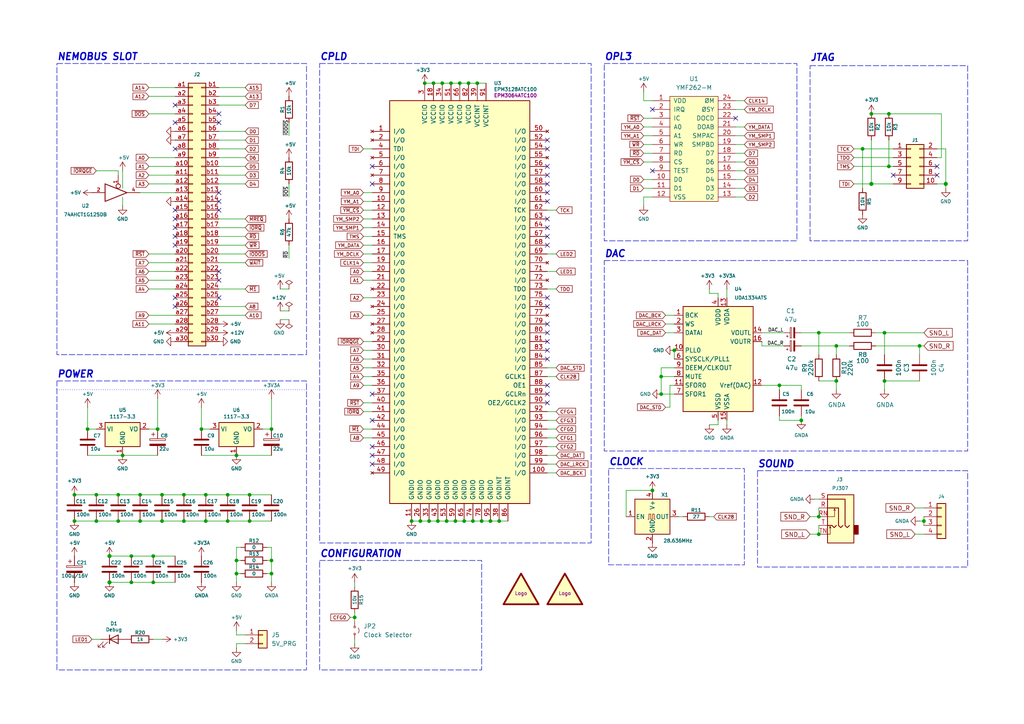
<source format=kicad_sch>
(kicad_sch (version 20250114) (generator "eeschema") (generator_version "9.0")
  (paper "A4")
  (title_block (title "Karabas-OPL3") (date "2025-09-17") (rev "B") (company "Andy Karpov") (comment 1 "Sound card for ZX Spectrum (NemoBus)"))
  (rectangle (start 175.26 75.565) (end 280.67 130.81) (stroke (width 0) (type dash)))
  (rectangle (start 219.71 136.525) (end 280.67 164.465) (stroke (width 0) (type dash)))
  (rectangle (start 176.53 135.89) (end 215.9 163.83) (stroke (width 0) (type dash)))
  (rectangle (start 92.71 162.56) (end 139.7 194.31) (stroke (width 0) (type dash)))
  (rectangle (start 16.51 110.49) (end 88.9 194.31) (stroke (width 0) (type dash)))
  (rectangle (start 234.95 19.05) (end 280.67 69.85) (stroke (width 0) (type dash)))
  (rectangle (start 92.71 18.415) (end 171.45 157.48) (stroke (width 0) (type dash)))
  (rectangle (start 175.26 18.415) (end 231.14 69.85) (stroke (width 0) (type dash)))
  (rectangle (start 16.51 18.415) (end 88.9 102.87) (stroke (width 0) (type dash)))
  (text "SOUND" (at 219.71 135.89 0) (effects (font (size 2 2) (thickness 0.4) (bold yes) (italic yes)) (justify left bottom)))
  (text "CPLD" (at 92.71 17.78 0) (effects (font (size 2 2) (thickness 0.4) (bold yes) (italic yes)) (justify left bottom)))
  (text "DAC" (at 175.26 74.93 0) (effects (font (size 2 2) (thickness 0.4) (bold yes) (italic yes)) (justify left bottom)))
  (text "CONFIGURATION" (at 92.71 161.925 0) (effects (font (size 2 2) (thickness 0.4) (bold yes) (italic yes)) (justify left bottom)))
  (text "OPL3" (at 175.26 17.78 0) (effects (font (size 2 2) (thickness 0.4) (bold yes) (italic yes)) (justify left bottom)))
  (text "JTAG" (at 234.95 18.034 0) (effects (font (size 2 2) (thickness 0.4) (bold yes) (italic yes)) (justify left bottom)))
  (text "POWER" (at 16.51 109.855 0) (effects (font (size 2 2) (thickness 0.4) (bold yes) (italic yes)) (justify left bottom)))
  (text "CLOCK" (at 176.53 135.255 0) (effects (font (size 2 2) (thickness 0.4) (bold yes) (italic yes)) (justify left bottom)))
  (text "NEMOBUS SLOT" (at 16.51 17.78 0) (effects (font (size 2 2) (thickness 0.4) (bold yes) (italic yes)) (justify left bottom)))
  (junction (at 72.39 151.13))
  (junction (at 31.75 168.91) (diameter 1.016))
  (junction (at 127 151.13))
  (junction (at 45.72 124.46))
  (junction (at 78.74 162.56))
  (junction (at 25.4 124.46))
  (junction (at 191.77 109.22))
  (junction (at 242.57 110.49))
  (junction (at 46.99 143.51))
  (junction (at 242.57 100.33))
  (junction (at 35.56 132.08))
  (junction (at 144.78 151.13))
  (junction (at 78.74 124.46))
  (junction (at 27.94 143.51))
  (junction (at 123.19 24.13))
  (junction (at 189.23 142.24))
  (junction (at 232.41 121.92))
  (junction (at 250.19 43.18))
  (junction (at 31.75 161.29) (diameter 1.016))
  (junction (at 274.32 53.34) (diameter 1.016))
  (junction (at 53.34 151.13))
  (junction (at 59.69 143.51))
  (junction (at 44.45 168.91))
  (junction (at 138.43 24.13))
  (junction (at 237.49 149.86))
  (junction (at 46.99 151.13))
  (junction (at 119.38 151.13))
  (junction (at 78.74 166.37))
  (junction (at 38.1 161.29))
  (junction (at 134.62 151.13))
  (junction (at 133.35 24.13))
  (junction (at 34.29 143.51))
  (junction (at 27.94 151.13))
  (junction (at 256.54 96.52))
  (junction (at 21.59 143.51))
  (junction (at 132.08 151.13))
  (junction (at 191.77 114.3))
  (junction (at 195.58 101.6))
  (junction (at 59.69 151.13))
  (junction (at 142.24 151.13))
  (junction (at 226.06 111.76))
  (junction (at 68.58 132.08))
  (junction (at 38.1 168.91))
  (junction (at 137.16 151.13))
  (junction (at 139.7 151.13))
  (junction (at 58.42 124.46))
  (junction (at 125.73 24.13))
  (junction (at 267.97 151.13))
  (junction (at 72.39 143.51))
  (junction (at 135.89 24.13))
  (junction (at 68.58 166.37))
  (junction (at 124.46 151.13))
  (junction (at 121.92 151.13))
  (junction (at 66.04 151.13))
  (junction (at 252.73 33.02))
  (junction (at 68.58 162.56))
  (junction (at 21.59 151.13))
  (junction (at 237.49 96.52))
  (junction (at 266.7 100.33))
  (junction (at 66.04 143.51))
  (junction (at 53.34 143.51))
  (junction (at 40.64 151.13))
  (junction (at 34.29 151.13))
  (junction (at 257.81 33.02))
  (junction (at 256.54 110.49))
  (junction (at 252.73 53.34) (diameter 1.016))
  (junction (at 40.64 143.51))
  (junction (at 128.27 24.13))
  (junction (at 237.49 154.94))
  (junction (at 44.45 161.29))
  (junction (at 102.87 179.07))
  (junction (at 130.81 24.13))
  (junction (at 257.81 48.26))
  (junction (at 129.54 151.13))
  (no_connect (at 63.5 60.96))
  (no_connect (at 158.75 96.52))
  (no_connect (at 259.08 50.8))
  (no_connect (at 50.8 30.48))
  (no_connect (at 158.75 53.34))
  (no_connect (at 63.5 55.88))
  (no_connect (at 63.5 58.42))
  (no_connect (at 158.75 101.6))
  (no_connect (at 158.75 40.64))
  (no_connect (at 50.8 71.12))
  (no_connect (at 158.75 55.88))
  (no_connect (at 158.75 63.5))
  (no_connect (at 63.5 86.36))
  (no_connect (at 107.95 134.62))
  (no_connect (at 213.36 34.29))
  (no_connect (at 63.5 35.56))
  (no_connect (at 63.5 33.02))
  (no_connect (at 50.8 60.96))
  (no_connect (at 107.95 129.54))
  (no_connect (at 158.75 86.36))
  (no_connect (at 158.75 43.18))
  (no_connect (at 271.78 50.8))
  (no_connect (at 158.75 116.84))
  (no_connect (at 189.23 49.53))
  (no_connect (at 63.5 81.28))
  (no_connect (at 158.75 99.06))
  (no_connect (at 158.75 58.42))
  (no_connect (at 50.8 63.5))
  (no_connect (at 50.8 68.58))
  (no_connect (at 158.75 71.12))
  (no_connect (at 158.75 50.8))
  (no_connect (at 158.75 66.04))
  (no_connect (at 50.8 35.56))
  (no_connect (at 158.75 114.3))
  (no_connect (at 107.95 132.08))
  (no_connect (at 158.75 111.76))
  (no_connect (at 107.95 48.26))
  (no_connect (at 63.5 78.74))
  (no_connect (at 158.75 68.58))
  (no_connect (at 50.8 66.04))
  (no_connect (at 50.8 86.36))
  (no_connect (at 271.78 48.26))
  (no_connect (at 158.75 88.9))
  (no_connect (at 107.95 121.92))
  (no_connect (at 107.95 114.3))
  (no_connect (at 158.75 104.14))
  (no_connect (at 107.95 53.34))
  (no_connect (at 158.75 93.98))
  (no_connect (at 158.75 48.26))
  (no_connect (at 50.8 88.9))
  (no_connect (at 189.23 31.75))
  (no_connect (at 50.8 43.18))
  (wire (pts (xy 53.34 143.51) (xy 59.69 143.51)))
  (wire (pts (xy 271.78 45.72) (xy 273.05 45.72)))
  (wire (pts (xy 46.99 143.51) (xy 53.34 143.51)))
  (wire (pts (xy 205.74 123.19) (xy 208.28 123.19)))
  (wire (pts (xy 34.29 151.13) (xy 40.64 151.13)))
  (wire (pts (xy 38.1 168.91) (xy 44.45 168.91)))
  (wire (pts (xy 105.41 86.36) (xy 107.95 86.36)))
  (wire (pts (xy 105.41 71.12) (xy 107.95 71.12)))
  (wire (pts (xy 271.78 53.34) (xy 274.32 53.34)))
  (wire (pts (xy 256.54 110.49) (xy 256.54 113.03)))
  (wire (pts (xy 105.41 109.22) (xy 107.95 109.22)))
  (wire (pts (xy 63.5 73.66) (xy 71.12 73.66)))
  (wire (pts (xy 63.5 71.12) (xy 71.12 71.12)))
  (wire (pts (xy 35.56 57.15) (xy 35.56 59.69)))
  (wire (pts (xy 213.36 31.75) (xy 215.9 31.75)))
  (wire (pts (xy 21.59 143.51) (xy 27.94 143.51)))
  (wire (pts (xy 63.5 30.48) (xy 71.12 30.48)))
  (wire (pts (xy 274.32 53.34) (xy 274.32 54.61)))
  (wire (pts (xy 102.87 179.07) (xy 101.6 179.07)))
  (wire (pts (xy 195.58 106.68) (xy 191.77 106.68)))
  (wire (pts (xy 105.41 78.74) (xy 107.95 78.74)))
  (wire (pts (xy 105.41 73.66) (xy 107.95 73.66)))
  (wire (pts (xy 195.58 101.6) (xy 195.58 104.14)))
  (wire (pts (xy 147.32 151.13) (xy 144.78 151.13)))
  (wire (pts (xy 83.82 35.56) (xy 83.82 39.37)))
  (wire (pts (xy 76.2 124.46) (xy 78.74 124.46)))
  (wire (pts (xy 220.98 96.52) (xy 227.33 96.52)))
  (wire (pts (xy 213.36 44.45) (xy 215.9 44.45)))
  (wire (pts (xy 256.54 96.52) (xy 256.54 102.87)))
  (wire (pts (xy 213.36 46.99) (xy 215.9 46.99)))
  (wire (pts (xy 27.94 143.51) (xy 34.29 143.51)))
  (wire (pts (xy 213.36 57.15) (xy 215.9 57.15)))
  (wire (pts (xy 205.74 85.09) (xy 208.28 85.09)))
  (wire (pts (xy 43.18 93.98) (xy 50.8 93.98)))
  (wire (pts (xy 63.5 48.26) (xy 71.12 48.26)))
  (wire (pts (xy 63.5 76.2) (xy 71.12 76.2)))
  (wire (pts (xy 102.87 179.07) (xy 102.87 180.34)))
  (wire (pts (xy 220.98 111.76) (xy 226.06 111.76)))
  (wire (pts (xy 256.54 96.52) (xy 267.97 96.52)))
  (wire (pts (xy 242.57 110.49) (xy 242.57 113.03)))
  (wire (pts (xy 105.41 127) (xy 107.95 127)))
  (wire (pts (xy 158.75 132.08) (xy 161.29 132.08)))
  (wire (pts (xy 40.64 143.51) (xy 46.99 143.51)))
  (wire (pts (xy 68.58 166.37) (xy 68.58 168.91)))
  (wire (pts (xy 105.41 119.38) (xy 107.95 119.38)))
  (wire (pts (xy 208.28 123.19) (xy 208.28 121.92)))
  (wire (pts (xy 125.73 24.13) (xy 128.27 24.13)))
  (wire (pts (xy 232.41 96.52) (xy 237.49 96.52)))
  (wire (pts (xy 195.58 96.52) (xy 193.04 96.52)))
  (wire (pts (xy 66.04 143.51) (xy 72.39 143.51)))
  (wire (pts (xy 208.28 85.09) (xy 208.28 86.36)))
  (wire (pts (xy 34.29 49.53) (xy 34.29 50.8)))
  (wire (pts (xy 27.94 151.13) (xy 34.29 151.13)))
  (wire (pts (xy 247.65 53.34) (xy 252.73 53.34)))
  (wire (pts (xy 77.47 162.56) (xy 78.74 162.56)))
  (wire (pts (xy 105.41 101.6) (xy 107.95 101.6)))
  (wire (pts (xy 247.65 43.18) (xy 250.19 43.18)))
  (wire (pts (xy 158.75 73.66) (xy 161.29 73.66)))
  (wire (pts (xy 43.18 33.02) (xy 50.8 33.02)))
  (wire (pts (xy 105.41 58.42) (xy 107.95 58.42)))
  (wire (pts (xy 132.08 151.13) (xy 129.54 151.13)))
  (wire (pts (xy 66.04 151.13) (xy 72.39 151.13)))
  (wire (pts (xy 63.5 68.58) (xy 71.12 68.58)))
  (wire (pts (xy 45.72 115.57) (xy 45.72 124.46)))
  (wire (pts (xy 158.75 129.54) (xy 161.29 129.54)))
  (wire (pts (xy 234.95 149.86) (xy 237.49 149.86)))
  (wire (pts (xy 213.36 29.21) (xy 215.9 29.21)))
  (wire (pts (xy 186.69 29.21) (xy 189.23 29.21)))
  (wire (pts (xy 71.12 186.69) (xy 68.58 186.69)))
  (wire (pts (xy 266.7 151.13) (xy 267.97 151.13)))
  (wire (pts (xy 105.41 106.68) (xy 107.95 106.68)))
  (wire (pts (xy 130.81 24.13) (xy 133.35 24.13)))
  (wire (pts (xy 72.39 151.13) (xy 78.74 151.13)))
  (wire (pts (xy 43.18 53.34) (xy 50.8 53.34)))
  (wire (pts (xy 186.69 36.83) (xy 189.23 36.83)))
  (wire (pts (xy 78.74 162.56) (xy 78.74 166.37)))
  (wire (pts (xy 237.49 96.52) (xy 237.49 102.87)))
  (wire (pts (xy 266.7 100.33) (xy 267.97 100.33)))
  (wire (pts (xy 237.49 96.52) (xy 246.38 96.52)))
  (wire (pts (xy 226.06 120.65) (xy 226.06 121.92)))
  (wire (pts (xy 44.45 185.42) (xy 46.99 185.42)))
  (wire (pts (xy 226.06 111.76) (xy 232.41 111.76)))
  (wire (pts (xy 236.22 144.78) (xy 237.49 144.78)))
  (wire (pts (xy 26.67 185.42) (xy 29.21 185.42)))
  (wire (pts (xy 43.18 76.2) (xy 50.8 76.2)))
  (wire (pts (xy 137.16 151.13) (xy 134.62 151.13)))
  (wire (pts (xy 158.75 78.74) (xy 161.29 78.74)))
  (wire (pts (xy 213.36 39.37) (xy 215.9 39.37)))
  (wire (pts (xy 121.92 151.13) (xy 119.38 151.13)))
  (wire (pts (xy 186.69 34.29) (xy 189.23 34.29)))
  (wire (pts (xy 266.7 100.33) (xy 266.7 102.87)))
  (wire (pts (xy 105.41 104.14) (xy 107.95 104.14)))
  (wire (pts (xy 105.41 99.06) (xy 107.95 99.06)))
  (wire (pts (xy 265.43 147.32) (xy 267.97 147.32)))
  (wire (pts (xy 63.5 25.4) (xy 71.12 25.4)))
  (wire (pts (xy 252.73 40.64) (xy 252.73 53.34)))
  (wire (pts (xy 81.28 92.71) (xy 83.82 92.71)))
  (wire (pts (xy 186.69 54.61) (xy 189.23 54.61)))
  (wire (pts (xy 69.85 158.75) (xy 68.58 158.75)))
  (wire (pts (xy 181.61 142.24) (xy 181.61 149.86)))
  (wire (pts (xy 63.5 66.04) (xy 71.12 66.04)))
  (wire (pts (xy 31.75 161.29) (xy 38.1 161.29)))
  (wire (pts (xy 27.94 49.53) (xy 34.29 49.53)))
  (wire (pts (xy 78.74 115.57) (xy 78.74 124.46)))
  (wire (pts (xy 158.75 137.16) (xy 161.29 137.16)))
  (wire (pts (xy 127 151.13) (xy 124.46 151.13)))
  (wire (pts (xy 186.69 46.99) (xy 189.23 46.99)))
  (wire (pts (xy 43.18 81.28) (xy 50.8 81.28)))
  (wire (pts (xy 81.28 90.17) (xy 83.82 90.17)))
  (wire (pts (xy 267.97 149.86) (xy 267.97 151.13)))
  (wire (pts (xy 38.1 161.29) (xy 44.45 161.29)))
  (wire (pts (xy 250.19 43.18) (xy 259.08 43.18)))
  (wire (pts (xy 158.75 121.92) (xy 161.29 121.92)))
  (wire (pts (xy 142.24 151.13) (xy 139.7 151.13)))
  (polyline (pts (xy 16.51 113.03) (xy 88.9 113.03)) (stroke (width 0) (type dot)))
  (wire (pts (xy 128.27 24.13) (xy 130.81 24.13)))
  (wire (pts (xy 43.18 27.94) (xy 50.8 27.94)))
  (wire (pts (xy 40.64 151.13) (xy 46.99 151.13)))
  (wire (pts (xy 274.32 43.18) (xy 274.32 53.34)))
  (wire (pts (xy 25.4 132.08) (xy 35.56 132.08)))
  (wire (pts (xy 265.43 154.94) (xy 267.97 154.94)))
  (wire (pts (xy 68.58 158.75) (xy 68.58 162.56)))
  (wire (pts (xy 63.5 45.72) (xy 71.12 45.72)))
  (wire (pts (xy 194.31 111.76) (xy 194.31 118.11)))
  (wire (pts (xy 102.87 168.91) (xy 102.87 170.18)))
  (wire (pts (xy 105.41 66.04) (xy 107.95 66.04)))
  (wire (pts (xy 105.41 68.58) (xy 107.95 68.58)))
  (wire (pts (xy 210.82 123.19) (xy 210.82 121.92)))
  (wire (pts (xy 186.69 39.37) (xy 189.23 39.37)))
  (wire (pts (xy 237.49 147.32) (xy 237.49 149.86)))
  (wire (pts (xy 220.98 100.33) (xy 227.33 100.33)))
  (wire (pts (xy 226.06 121.92) (xy 232.41 121.92)))
  (wire (pts (xy 232.41 100.33) (xy 242.57 100.33)))
  (wire (pts (xy 72.39 143.51) (xy 78.74 143.51)))
  (wire (pts (xy 158.75 134.62) (xy 161.29 134.62)))
  (wire (pts (xy 213.36 41.91) (xy 215.9 41.91)))
  (wire (pts (xy 198.12 149.86) (xy 196.85 149.86)))
  (wire (pts (xy 43.18 91.44) (xy 50.8 91.44)))
  (wire (pts (xy 43.18 78.74) (xy 50.8 78.74)))
  (wire (pts (xy 83.82 71.12) (xy 83.82 74.93)))
  (wire (pts (xy 68.58 162.56) (xy 68.58 166.37)))
  (wire (pts (xy 158.75 109.22) (xy 161.29 109.22)))
  (wire (pts (xy 135.89 24.13) (xy 138.43 24.13)))
  (wire (pts (xy 226.06 111.76) (xy 226.06 113.03)))
  (wire (pts (xy 213.36 54.61) (xy 215.9 54.61)))
  (wire (pts (xy 63.5 27.94) (xy 71.12 27.94)))
  (wire (pts (xy 59.69 151.13) (xy 66.04 151.13)))
  (wire (pts (xy 186.69 44.45) (xy 189.23 44.45)))
  (wire (pts (xy 195.58 91.44) (xy 193.04 91.44)))
  (wire (pts (xy 43.18 45.72) (xy 50.8 45.72)))
  (wire (pts (xy 63.5 63.5) (xy 71.12 63.5)))
  (wire (pts (xy 129.54 151.13) (xy 127 151.13)))
  (wire (pts (xy 210.82 83.82) (xy 210.82 86.36)))
  (wire (pts (xy 68.58 132.08) (xy 78.74 132.08)))
  (wire (pts (xy 123.19 24.13) (xy 125.73 24.13)))
  (wire (pts (xy 68.58 186.69) (xy 68.58 187.96)))
  (wire (pts (xy 186.69 26.67) (xy 186.69 29.21)))
  (wire (pts (xy 144.78 151.13) (xy 142.24 151.13)))
  (wire (pts (xy 189.23 57.15) (xy 186.69 57.15)))
  (wire (pts (xy 78.74 166.37) (xy 78.74 168.91)))
  (wire (pts (xy 43.18 83.82) (xy 50.8 83.82)))
  (wire (pts (xy 81.28 83.82) (xy 83.82 83.82)))
  (wire (pts (xy 83.82 53.34) (xy 83.82 57.15)))
  (wire (pts (xy 77.47 166.37) (xy 78.74 166.37)))
  (wire (pts (xy 105.41 43.18) (xy 107.95 43.18)))
  (wire (pts (xy 58.42 118.11) (xy 58.42 124.46)))
  (wire (pts (xy 133.35 24.13) (xy 135.89 24.13)))
  (wire (pts (xy 43.18 50.8) (xy 50.8 50.8)))
  (wire (pts (xy 63.5 38.1) (xy 71.12 38.1)))
  (wire (pts (xy 105.41 116.84) (xy 107.95 116.84)))
  (wire (pts (xy 257.81 40.64) (xy 257.81 48.26)))
  (wire (pts (xy 252.73 53.34) (xy 259.08 53.34)))
  (wire (pts (xy 158.75 119.38) (xy 161.29 119.38)))
  (wire (pts (xy 237.49 152.4) (xy 237.49 154.94)))
  (wire (pts (xy 63.5 83.82) (xy 71.12 83.82)))
  (wire (pts (xy 191.77 106.68) (xy 191.77 109.22)))
  (wire (pts (xy 158.75 60.96) (xy 161.29 60.96)))
  (wire (pts (xy 44.45 161.29) (xy 50.8 161.29)))
  (wire (pts (xy 34.29 143.51) (xy 40.64 143.51)))
  (wire (pts (xy 254 100.33) (xy 266.7 100.33)))
  (wire (pts (xy 124.46 151.13) (xy 121.92 151.13)))
  (wire (pts (xy 69.85 166.37) (xy 68.58 166.37)))
  (wire (pts (xy 271.78 43.18) (xy 274.32 43.18)))
  (wire (pts (xy 186.69 57.15) (xy 186.69 59.69)))
  (wire (pts (xy 63.5 91.44) (xy 71.12 91.44)))
  (wire (pts (xy 189.23 142.24) (xy 181.61 142.24)))
  (wire (pts (xy 31.75 168.91) (xy 38.1 168.91)))
  (wire (pts (xy 213.36 36.83) (xy 215.9 36.83)))
  (wire (pts (xy 134.62 151.13) (xy 132.08 151.13)))
  (wire (pts (xy 102.87 177.8) (xy 102.87 179.07)))
  (wire (pts (xy 242.57 100.33) (xy 242.57 102.87)))
  (wire (pts (xy 25.4 118.11) (xy 25.4 124.46)))
  (wire (pts (xy 102.87 185.42) (xy 102.87 186.69)))
  (wire (pts (xy 232.41 120.65) (xy 232.41 121.92)))
  (wire (pts (xy 78.74 158.75) (xy 78.74 162.56)))
  (wire (pts (xy 77.47 158.75) (xy 78.74 158.75)))
  (wire (pts (xy 46.99 151.13) (xy 53.34 151.13)))
  (wire (pts (xy 105.41 76.2) (xy 107.95 76.2)))
  (wire (pts (xy 205.74 149.86) (xy 207.01 149.86)))
  (wire (pts (xy 105.41 60.96) (xy 107.95 60.96)))
  (wire (pts (xy 252.73 33.02) (xy 257.81 33.02)))
  (wire (pts (xy 105.41 111.76) (xy 107.95 111.76)))
  (wire (pts (xy 63.5 53.34) (xy 71.12 53.34)))
  (wire (pts (xy 234.95 154.94) (xy 237.49 154.94)))
  (wire (pts (xy 71.12 184.15) (xy 68.58 184.15)))
  (wire (pts (xy 44.45 168.91) (xy 50.8 168.91)))
  (wire (pts (xy 35.56 132.08) (xy 45.72 132.08)))
  (wire (pts (xy 138.43 24.13) (xy 140.97 24.13)))
  (wire (pts (xy 139.7 151.13) (xy 137.16 151.13)))
  (wire (pts (xy 21.59 151.13) (xy 27.94 151.13)))
  (wire (pts (xy 195.58 93.98) (xy 193.04 93.98)))
  (wire (pts (xy 254 96.52) (xy 256.54 96.52)))
  (wire (pts (xy 58.42 124.46) (xy 60.96 124.46)))
  (wire (pts (xy 205.74 83.82) (xy 205.74 85.09)))
  (wire (pts (xy 267.97 151.13) (xy 267.97 152.4)))
  (wire (pts (xy 247.65 45.72) (xy 259.08 45.72)))
  (wire (pts (xy 191.77 109.22) (xy 191.77 114.3)))
  (wire (pts (xy 158.75 127) (xy 161.29 127)))
  (wire (pts (xy 242.57 100.33) (xy 246.38 100.33)))
  (wire (pts (xy 43.18 124.46) (xy 45.72 124.46)))
  (wire (pts (xy 105.41 124.46) (xy 107.95 124.46)))
  (wire (pts (xy 105.41 91.44) (xy 107.95 91.44)))
  (wire (pts (xy 35.56 49.53) (xy 35.56 54.61)))
  (wire (pts (xy 191.77 114.3) (xy 195.58 114.3)))
  (wire (pts (xy 40.64 55.88) (xy 50.8 55.88)))
  (wire (pts (xy 257.81 48.26) (xy 259.08 48.26)))
  (wire (pts (xy 105.41 81.28) (xy 107.95 81.28)))
  (wire (pts (xy 43.18 73.66) (xy 50.8 73.66)))
  (wire (pts (xy 220.98 100.33) (xy 220.98 99.06)))
  (wire (pts (xy 63.5 88.9) (xy 71.12 88.9)))
  (wire (pts (xy 186.69 41.91) (xy 189.23 41.91)))
  (wire (pts (xy 232.41 111.76) (xy 232.41 113.03)))
  (wire (pts (xy 186.69 52.07) (xy 189.23 52.07)))
  (wire (pts (xy 247.65 48.26) (xy 257.81 48.26)))
  (wire (pts (xy 158.75 106.68) (xy 161.29 106.68)))
  (wire (pts (xy 158.75 83.82) (xy 161.29 83.82)))
  (wire (pts (xy 250.19 54.61) (xy 250.19 43.18)))
  (wire (pts (xy 257.81 33.02) (xy 273.05 33.02)))
  (wire (pts (xy 63.5 40.64) (xy 71.12 40.64)))
  (wire (pts (xy 43.18 48.26) (xy 50.8 48.26)))
  (wire (pts (xy 256.54 110.49) (xy 266.7 110.49)))
  (wire (pts (xy 58.42 132.08) (xy 68.58 132.08)))
  (wire (pts (xy 63.5 43.18) (xy 71.12 43.18)))
  (wire (pts (xy 213.36 52.07) (xy 215.9 52.07)))
  (wire (pts (xy 105.41 63.5) (xy 107.95 63.5)))
  (wire (pts (xy 237.49 110.49) (xy 242.57 110.49)))
  (wire (pts (xy 53.34 151.13) (xy 59.69 151.13)))
  (wire (pts (xy 105.41 55.88) (xy 107.95 55.88)))
  (wire (pts (xy 69.85 162.56) (xy 68.58 162.56)))
  (wire (pts (xy 158.75 124.46) (xy 161.29 124.46)))
  (wire (pts (xy 68.58 184.15) (xy 68.58 182.88)))
  (wire (pts (xy 43.18 25.4) (xy 50.8 25.4)))
  (wire (pts (xy 213.36 49.53) (xy 215.9 49.53)))
  (wire (pts (xy 191.77 109.22) (xy 195.58 109.22)))
  (wire (pts (xy 273.05 33.02) (xy 273.05 45.72)))
  (wire (pts (xy 63.5 50.8) (xy 71.12 50.8)))
  (wire (pts (xy 59.69 143.51) (xy 66.04 143.51)))
  (wire (pts (xy 25.4 124.46) (xy 27.94 124.46)))
  (wire (pts (xy 195.58 111.76) (xy 194.31 111.76)))
  (wire (pts (xy 193.04 118.11) (xy 194.31 118.11)))
  (label "DAC_L" (at 227.33 96.52 180) (effects (font (size 1 1))))
  (label "~{RD}" (at 83.82 74.93 90) (effects (font (size 0.9906 0.9906))))
  (label "~{DOS}" (at 83.82 57.15 90) (effects (font (size 0.9906 0.9906))))
  (label "DAC_R" (at 227.33 100.33 180) (effects (font (size 1 1))))
  (label "~{IODOS}" (at 83.82 39.37 90) (effects (font (size 0.9906 0.9906))))
  (global_label "A1" (shape input) (at 105.41 81.28 180) (effects (font (size 0.9906 0.9906))) (property "Intersheetrefs" "${INTERSHEET_REFS}" (effects (hide yes))))
  (global_label "D7" (shape input) (at 215.9 44.45 0) (effects (font (size 0.9906 0.9906))) (property "Intersheetrefs" "${INTERSHEET_REFS}" (effects (hide yes))))
  (global_label "TCK" (shape input) (at 247.65 43.18 180) (effects (font (size 0.9906 0.9906))) (property "Intersheetrefs" "${INTERSHEET_REFS}" (effects (hide yes))))
  (global_label "A7" (shape input) (at 105.41 101.6 180) (effects (font (size 0.9906 0.9906))) (property "Intersheetrefs" "${INTERSHEET_REFS}" (effects (hide yes))))
  (global_label "A1" (shape input) (at 43.18 48.26 180) (effects (font (size 0.9906 0.9906))) (property "Intersheetrefs" "${INTERSHEET_REFS}" (effects (hide yes))))
  (global_label "D4" (shape input) (at 71.12 53.34 0) (effects (font (size 0.9906 0.9906))) (property "Intersheetrefs" "${INTERSHEET_REFS}" (effects (hide yes))))
  (global_label "D2" (shape input) (at 71.12 43.18 0) (effects (font (size 0.9906 0.9906))) (property "Intersheetrefs" "${INTERSHEET_REFS}" (effects (hide yes))))
  (global_label "A0" (shape input) (at 43.18 45.72 180) (effects (font (size 0.9906 0.9906))) (property "Intersheetrefs" "${INTERSHEET_REFS}" (effects (hide yes))))
  (global_label "A9" (shape input) (at 43.18 91.44 180) (effects (font (size 0.9906 0.9906))) (property "Intersheetrefs" "${INTERSHEET_REFS}" (effects (hide yes))))
  (global_label "DAC_LRCK" (shape input) (at 193.04 93.98 180) (effects (font (size 0.9906 0.9906))) (property "Intersheetrefs" "${INTERSHEET_REFS}" (effects (hide yes))))
  (global_label "DAC_LRCK" (shape input) (at 161.29 134.62 0) (effects (font (size 0.9906 0.9906))) (property "Intersheetrefs" "${INTERSHEET_REFS}" (effects (hide yes))))
  (global_label "D2" (shape input) (at 215.9 57.15 0) (effects (font (size 0.9906 0.9906))) (property "Intersheetrefs" "${INTERSHEET_REFS}" (effects (hide yes))))
  (global_label "~{WR}" (shape input) (at 71.12 71.12 0) (effects (font (size 0.9906 0.9906))) (property "Intersheetrefs" "${INTERSHEET_REFS}" (effects (hide yes))))
  (global_label "~{IORQ}" (shape input) (at 105.41 119.38 180) (effects (font (size 0.9906 0.9906))) (property "Intersheetrefs" "${INTERSHEET_REFS}" (effects (hide yes))))
  (global_label "A8" (shape input) (at 71.12 88.9 0) (effects (font (size 0.9906 0.9906))) (property "Intersheetrefs" "${INTERSHEET_REFS}" (effects (hide yes))))
  (global_label "CFG0" (shape input) (at 161.29 124.46 0) (effects (font (size 0.9906 0.9906))) (property "Intersheetrefs" "${INTERSHEET_REFS}" (effects (hide yes))))
  (global_label "TMS" (shape input) (at 105.41 68.58 180) (effects (font (size 0.9906 0.9906))) (property "Intersheetrefs" "${INTERSHEET_REFS}" (effects (hide yes))))
  (global_label "A11" (shape input) (at 43.18 93.98 180) (effects (font (size 0.9906 0.9906))) (property "Intersheetrefs" "${INTERSHEET_REFS}" (effects (hide yes))))
  (global_label "D6" (shape input) (at 71.12 45.72 0) (effects (font (size 0.9906 0.9906))) (property "Intersheetrefs" "${INTERSHEET_REFS}" (effects (hide yes))))
  (global_label "A10" (shape input) (at 71.12 91.44 0) (effects (font (size 0.9906 0.9906))) (property "Intersheetrefs" "${INTERSHEET_REFS}" (effects (hide yes))))
  (global_label "D3" (shape input) (at 215.9 54.61 0) (effects (font (size 0.9906 0.9906))) (property "Intersheetrefs" "${INTERSHEET_REFS}" (effects (hide yes))))
  (global_label "D6" (shape input) (at 215.9 46.99 0) (effects (font (size 0.9906 0.9906))) (property "Intersheetrefs" "${INTERSHEET_REFS}" (effects (hide yes))))
  (global_label "YM_SMP1" (shape input) (at 215.9 39.37 0) (effects (font (size 0.9906 0.9906))) (property "Intersheetrefs" "${INTERSHEET_REFS}" (effects (hide yes))))
  (global_label "TMS" (shape input) (at 247.65 48.26 180) (effects (font (size 0.9906 0.9906))) (property "Intersheetrefs" "${INTERSHEET_REFS}" (effects (hide yes))))
  (global_label "A15" (shape input) (at 71.12 25.4 0) (effects (font (size 0.9906 0.9906))) (property "Intersheetrefs" "${INTERSHEET_REFS}" (effects (hide yes))))
  (global_label "A2" (shape input) (at 105.41 86.36 180) (effects (font (size 0.9906 0.9906))) (property "Intersheetrefs" "${INTERSHEET_REFS}" (effects (hide yes))))
  (global_label "DAC_STD" (shape input) (at 161.29 106.68 0) (effects (font (size 0.9906 0.9906))) (property "Intersheetrefs" "${INTERSHEET_REFS}" (effects (hide yes))))
  (global_label "A5" (shape input) (at 105.41 106.68 180) (effects (font (size 0.9906 0.9906))) (property "Intersheetrefs" "${INTERSHEET_REFS}" (effects (hide yes))))
  (global_label "A6" (shape input) (at 105.41 104.14 180) (effects (font (size 0.9906 0.9906))) (property "Intersheetrefs" "${INTERSHEET_REFS}" (effects (hide yes))))
  (global_label "YM_SMP2" (shape input) (at 215.9 41.91 0) (effects (font (size 0.9906 0.9906))) (property "Intersheetrefs" "${INTERSHEET_REFS}" (effects (hide yes))))
  (global_label "D1" (shape input) (at 71.12 40.64 0) (effects (font (size 0.9906 0.9906))) (property "Intersheetrefs" "${INTERSHEET_REFS}" (effects (hide yes))))
  (global_label "~{RD}" (shape input) (at 71.12 68.58 0) (effects (font (size 0.9906 0.9906))) (property "Intersheetrefs" "${INTERSHEET_REFS}" (effects (hide yes))))
  (global_label "A3" (shape input) (at 105.41 91.44 180) (effects (font (size 0.9906 0.9906))) (property "Intersheetrefs" "${INTERSHEET_REFS}" (effects (hide yes))))
  (global_label "D4" (shape input) (at 215.9 52.07 0) (effects (font (size 0.9906 0.9906))) (property "Intersheetrefs" "${INTERSHEET_REFS}" (effects (hide yes))))
  (global_label "YM_DATA" (shape input) (at 105.41 71.12 180) (effects (font (size 0.9906 0.9906))) (property "Intersheetrefs" "${INTERSHEET_REFS}" (effects (hide yes))))
  (global_label "DAC_BCK" (shape input) (at 161.29 137.16 0) (effects (font (size 0.9906 0.9906))) (property "Intersheetrefs" "${INTERSHEET_REFS}" (effects (hide yes))))
  (global_label "D5" (shape input) (at 71.12 48.26 0) (effects (font (size 0.9906 0.9906))) (property "Intersheetrefs" "${INTERSHEET_REFS}" (effects (hide yes))))
  (global_label "TDI" (shape input) (at 105.41 43.18 180) (effects (font (size 0.9906 0.9906))) (property "Intersheetrefs" "${INTERSHEET_REFS}" (effects (hide yes))))
  (global_label "TDO" (shape input) (at 247.65 45.72 180) (effects (font (size 0.9906 0.9906))) (property "Intersheetrefs" "${INTERSHEET_REFS}" (effects (hide yes))))
  (global_label "YM_SMP2" (shape input) (at 105.41 63.5 180) (effects (font (size 0.9906 0.9906))) (property "Intersheetrefs" "${INTERSHEET_REFS}" (effects (hide yes))))
  (global_label "~{RST}" (shape input) (at 105.41 116.84 180) (effects (font (size 0.9906 0.9906))) (property "Intersheetrefs" "${INTERSHEET_REFS}" (effects (hide yes))))
  (global_label "~{RD}" (shape input) (at 186.69 44.45 180) (effects (font (size 0.9906 0.9906))) (property "Intersheetrefs" "${INTERSHEET_REFS}" (effects (hide yes))))
  (global_label "LED1" (shape input) (at 161.29 78.74 0) (effects (font (size 0.9906 0.9906))) (property "Intersheetrefs" "${INTERSHEET_REFS}" (effects (hide yes))))
  (global_label "A4" (shape input) (at 43.18 83.82 180) (effects (font (size 0.9906 0.9906))) (property "Intersheetrefs" "${INTERSHEET_REFS}" (effects (hide yes))))
  (global_label "A3" (shape input) (at 43.18 53.34 180) (effects (font (size 0.9906 0.9906))) (property "Intersheetrefs" "${INTERSHEET_REFS}" (effects (hide yes))))
  (global_label "A8" (shape input) (at 105.41 127 180) (effects (font (size 0.9906 0.9906))) (property "Intersheetrefs" "${INTERSHEET_REFS}" (effects (hide yes))))
  (global_label "YM_A1" (shape input) (at 105.41 58.42 180) (effects (font (size 0.9906 0.9906))) (property "Intersheetrefs" "${INTERSHEET_REFS}" (effects (hide yes))))
  (global_label "~{IORQ}" (shape input) (at 71.12 66.04 0) (effects (font (size 0.9906 0.9906))) (property "Intersheetrefs" "${INTERSHEET_REFS}" (effects (hide yes))))
  (global_label "YM_DATA" (shape input) (at 215.9 36.83 0) (effects (font (size 0.9906 0.9906))) (property "Intersheetrefs" "${INTERSHEET_REFS}" (effects (hide yes))))
  (global_label "D0" (shape input) (at 186.69 52.07 180) (effects (font (size 0.9906 0.9906))) (property "Intersheetrefs" "${INTERSHEET_REFS}" (effects (hide yes))))
  (global_label "A0" (shape input) (at 105.41 78.74 180) (effects (font (size 0.9906 0.9906))) (property "Intersheetrefs" "${INTERSHEET_REFS}" (effects (hide yes))))
  (global_label "CFG1" (shape input) (at 161.29 127 0) (effects (font (size 0.9906 0.9906))) (property "Intersheetrefs" "${INTERSHEET_REFS}" (effects (hide yes))))
  (global_label "CLK14" (shape input) (at 215.9 29.21 0) (effects (font (size 0.9906 0.9906))) (property "Intersheetrefs" "${INTERSHEET_REFS}" (effects (hide yes))))
  (global_label "~{IORQGE}" (shape input) (at 27.94 49.53 180) (effects (font (size 0.9906 0.9906))) (property "Intersheetrefs" "${INTERSHEET_REFS}" (effects (hide yes))))
  (global_label "SND_L" (shape input) (at 267.97 96.52 0) (property "Intersheetrefs" "${INTERSHEET_REFS}" (effects (hide yes))))
  (global_label "CFG0" (shape input) (at 101.6 179.07 180) (effects (font (size 0.9906 0.9906))) (property "Intersheetrefs" "${INTERSHEET_REFS}" (effects (hide yes))))
  (global_label "LED1" (shape input) (at 26.67 185.42 180) (effects (font (size 0.9906 0.9906))) (property "Intersheetrefs" "${INTERSHEET_REFS}" (effects (hide yes))))
  (global_label "~{RST}" (shape input) (at 43.18 73.66 180) (effects (font (size 0.9906 0.9906))) (property "Intersheetrefs" "${INTERSHEET_REFS}" (effects (hide yes))))
  (global_label "YM_SMP1" (shape input) (at 105.41 66.04 180) (effects (font (size 0.9906 0.9906))) (property "Intersheetrefs" "${INTERSHEET_REFS}" (effects (hide yes))))
  (global_label "CFG4" (shape input) (at 161.29 119.38 0) (effects (font (size 0.9906 0.9906))) (property "Intersheetrefs" "${INTERSHEET_REFS}" (effects (hide yes))))
  (global_label "CLK28" (shape input) (at 207.01 149.86 0) (effects (font (size 0.9906 0.9906))) (property "Intersheetrefs" "${INTERSHEET_REFS}" (effects (hide yes))))
  (global_label "SND_R" (shape input) (at 234.95 149.86 180) (property "Intersheetrefs" "${INTERSHEET_REFS}" (effects (hide yes))))
  (global_label "~{DOS}" (shape input) (at 43.18 33.02 180) (effects (font (size 0.9906 0.9906))) (property "Intersheetrefs" "${INTERSHEET_REFS}" (effects (hide yes))))
  (global_label "YM_A1" (shape input) (at 186.69 39.37 180) (effects (font (size 0.9906 0.9906))) (property "Intersheetrefs" "${INTERSHEET_REFS}" (effects (hide yes))))
  (global_label "~{M1}" (shape input) (at 71.12 83.82 0) (effects (font (size 0.9906 0.9906))) (property "Intersheetrefs" "${INTERSHEET_REFS}" (effects (hide yes))))
  (global_label "~{WAIT}" (shape input) (at 71.12 76.2 0) (effects (font (size 0.9906 0.9906))) (property "Intersheetrefs" "${INTERSHEET_REFS}" (effects (hide yes))))
  (global_label "SND_R" (shape input) (at 267.97 100.33 0) (property "Intersheetrefs" "${INTERSHEET_REFS}" (effects (hide yes))))
  (global_label "YM_DCLK" (shape input) (at 215.9 31.75 0) (effects (font (size 0.9906 0.9906))) (property "Intersheetrefs" "${INTERSHEET_REFS}" (effects (hide yes))))
  (global_label "A12" (shape input) (at 43.18 27.94 180) (effects (font (size 0.9906 0.9906))) (property "Intersheetrefs" "${INTERSHEET_REFS}" (effects (hide yes))))
  (global_label "~{M1}" (shape input) (at 105.41 124.46 180) (effects (font (size 0.9906 0.9906))) (property "Intersheetrefs" "${INTERSHEET_REFS}" (effects (hide yes))))
  (global_label "YM_A0" (shape input) (at 186.69 36.83 180) (effects (font (size 0.9906 0.9906))) (property "Intersheetrefs" "${INTERSHEET_REFS}" (effects (hide yes))))
  (global_label "D5" (shape input) (at 215.9 49.53 0) (effects (font (size 0.9906 0.9906))) (property "Intersheetrefs" "${INTERSHEET_REFS}" (effects (hide yes))))
  (global_label "A7" (shape input) (at 43.18 76.2 180) (effects (font (size 0.9906 0.9906))) (property "Intersheetrefs" "${INTERSHEET_REFS}" (effects (hide yes))))
  (global_label "CFG2" (shape input) (at 161.29 129.54 0) (effects (font (size 0.9906 0.9906))) (property "Intersheetrefs" "${INTERSHEET_REFS}" (effects (hide yes))))
  (global_label "~{YM_CS}" (shape input) (at 186.69 46.99 180) (effects (font (size 0.9906 0.9906))) (property "Intersheetrefs" "${INTERSHEET_REFS}" (effects (hide yes))))
  (global_label "~{MREQ}" (shape input) (at 71.12 63.5 0) (effects (font (size 0.9906 0.9906))) (property "Intersheetrefs" "${INTERSHEET_REFS}" (effects (hide yes))))
  (global_label "CFG3" (shape input) (at 161.29 121.92 0) (effects (font (size 0.9906 0.9906))) (property "Intersheetrefs" "${INTERSHEET_REFS}" (effects (hide yes))))
  (global_label "~{RST}" (shape input) (at 186.69 34.29 180) (effects (font (size 0.9906 0.9906))) (property "Intersheetrefs" "${INTERSHEET_REFS}" (effects (hide yes))))
  (global_label "D7" (shape input) (at 71.12 30.48 0) (effects (font (size 0.9906 0.9906))) (property "Intersheetrefs" "${INTERSHEET_REFS}" (effects (hide yes))))
  (global_label "SND_L" (shape input) (at 234.95 154.94 180) (property "Intersheetrefs" "${INTERSHEET_REFS}" (effects (hide yes))))
  (global_label "D0" (shape input) (at 71.12 38.1 0) (effects (font (size 0.9906 0.9906))) (property "Intersheetrefs" "${INTERSHEET_REFS}" (effects (hide yes))))
  (global_label "CLK14" (shape input) (at 105.41 76.2 180) (effects (font (size 0.9906 0.9906))) (property "Intersheetrefs" "${INTERSHEET_REFS}" (effects (hide yes))))
  (global_label "LED2" (shape input) (at 161.29 73.66 0) (effects (font (size 0.9906 0.9906))) (property "Intersheetrefs" "${INTERSHEET_REFS}" (effects (hide yes))))
  (global_label "A2" (shape input) (at 43.18 50.8 180) (effects (font (size 0.9906 0.9906))) (property "Intersheetrefs" "${INTERSHEET_REFS}" (effects (hide yes))))
  (global_label "TDO" (shape input) (at 161.29 83.82 0) (effects (font (size 0.9906 0.9906))) (property "Intersheetrefs" "${INTERSHEET_REFS}" (effects (hide yes))))
  (global_label "DAC_BCK" (shape input) (at 193.04 91.44 180) (effects (font (size 0.9906 0.9906))) (property "Intersheetrefs" "${INTERSHEET_REFS}" (effects (hide yes))))
  (global_label "DAC_DAT" (shape input) (at 193.04 96.52 180) (effects (font (size 0.9906 0.9906))) (property "Intersheetrefs" "${INTERSHEET_REFS}" (effects (hide yes))))
  (global_label "DAC_STD" (shape input) (at 193.04 118.11 180) (effects (font (size 0.9906 0.9906))) (property "Intersheetrefs" "${INTERSHEET_REFS}" (effects (hide yes))))
  (global_label "SND_L" (shape input) (at 265.43 154.94 180) (property "Intersheetrefs" "${INTERSHEET_REFS}" (effects (hide yes))))
  (global_label "~{WR}" (shape input) (at 186.69 41.91 180) (effects (font (size 0.9906 0.9906))) (property "Intersheetrefs" "${INTERSHEET_REFS}" (effects (hide yes))))
  (global_label "A4" (shape input) (at 105.41 109.22 180) (effects (font (size 0.9906 0.9906))) (property "Intersheetrefs" "${INTERSHEET_REFS}" (effects (hide yes))))
  (global_label "~{IORQGE}" (shape input) (at 105.41 99.06 180) (effects (font (size 0.9906 0.9906))) (property "Intersheetrefs" "${INTERSHEET_REFS}" (effects (hide yes))))
  (global_label "SND_R" (shape input) (at 265.43 147.32 180) (property "Intersheetrefs" "${INTERSHEET_REFS}" (effects (hide yes))))
  (global_label "A6" (shape input) (at 43.18 78.74 180) (effects (font (size 0.9906 0.9906))) (property "Intersheetrefs" "${INTERSHEET_REFS}" (effects (hide yes))))
  (global_label "DAC_DAT" (shape input) (at 161.29 132.08 0) (effects (font (size 0.9906 0.9906))) (property "Intersheetrefs" "${INTERSHEET_REFS}" (effects (hide yes))))
  (global_label "A13" (shape input) (at 71.12 27.94 0) (effects (font (size 0.9906 0.9906))) (property "Intersheetrefs" "${INTERSHEET_REFS}" (effects (hide yes))))
  (global_label "YM_DCLK" (shape input) (at 105.41 73.66 180) (effects (font (size 0.9906 0.9906))) (property "Intersheetrefs" "${INTERSHEET_REFS}" (effects (hide yes))))
  (global_label "TDI" (shape input) (at 247.65 53.34 180) (effects (font (size 0.9906 0.9906))) (property "Intersheetrefs" "${INTERSHEET_REFS}" (effects (hide yes))))
  (global_label "CLK28" (shape input) (at 161.29 109.22 0) (effects (font (size 0.9906 0.9906))) (property "Intersheetrefs" "${INTERSHEET_REFS}" (effects (hide yes))))
  (global_label "A14" (shape input) (at 43.18 25.4 180) (effects (font (size 0.9906 0.9906))) (property "Intersheetrefs" "${INTERSHEET_REFS}" (effects (hide yes))))
  (global_label "~{IODOS}" (shape input) (at 71.12 73.66 0) (effects (font (size 0.9906 0.9906))) (property "Intersheetrefs" "${INTERSHEET_REFS}" (effects (hide yes))))
  (global_label "TCK" (shape input) (at 161.29 60.96 0) (effects (font (size 0.9906 0.9906))) (property "Intersheetrefs" "${INTERSHEET_REFS}" (effects (hide yes))))
  (global_label "D3" (shape input) (at 71.12 50.8 0) (effects (font (size 0.9906 0.9906))) (property "Intersheetrefs" "${INTERSHEET_REFS}" (effects (hide yes))))
  (global_label "A5" (shape input) (at 43.18 81.28 180) (effects (font (size 0.9906 0.9906))) (property "Intersheetrefs" "${INTERSHEET_REFS}" (effects (hide yes))))
  (global_label "D1" (shape input) (at 186.69 54.61 180) (effects (font (size 0.9906 0.9906))) (property "Intersheetrefs" "${INTERSHEET_REFS}" (effects (hide yes))))
  (global_label "~{YM_CS}" (shape input) (at 105.41 60.96 180) (effects (font (size 0.9906 0.9906))) (property "Intersheetrefs" "${INTERSHEET_REFS}" (effects (hide yes))))
  (global_label "YM_A0" (shape input) (at 105.41 55.88 180) (effects (font (size 0.9906 0.9906))) (property "Intersheetrefs" "${INTERSHEET_REFS}" (effects (hide yes))))
  (global_label "A9" (shape input) (at 105.41 111.76 180) (effects (font (size 0.9906 0.9906))) (property "Intersheetrefs" "${INTERSHEET_REFS}" (effects (hide yes))))
  (symbol (lib_id "power:+5V") (at 25.4 118.11 0) (unit 1)
    (property "Reference" "#PWR035" (effects (hide yes)))
    (property "Value" "+5V" (at 25.4 114.3 0) (effects (font (size 1 1))))
    (property "Description" "Power symbol creates a global label with name \"+5V\"" (effects (hide yes)))
  )
  (symbol (lib_id "Connector_Generic:Conn_02x05_Odd_Even") (at 264.16 48.26 0) (unit 1)
    (property "Reference" "J1" (at 265.43 40.64 0) (effects (font (size 1 1))))
    (property "Value" "Conn_02x05_Odd_Even" (effects (hide yes)))
    (property "Footprint" "Connector_PinHeader_2.54mm:PinHeader_2x05_P2.54mm_Vertical" (effects (hide yes)))
    (property "Desc" "JTAG" (effects (hide yes)))
  )
  (symbol (lib_id "power:+5V") (at 31.75 161.29 0) (unit 1)
    (property "Reference" "#PWR050" (effects (hide yes)))
    (property "Value" "+5V" (at 31.75 157.48 0) (effects (font (size 1 1))))
    (property "Description" "Power symbol creates a global label with name \"+5V\"" (effects (hide yes)))
  )
  (symbol (lib_id "Device:C") (at 38.1 165.1 180) (unit 1)
    (property "Reference" "C23" (at 40.005 163.195 0) (effects (font (size 1 1))))
    (property "Value" "100n" (at 40.64 167.005 0) (effects (font (size 1 1))))
    (property "Footprint" "Capacitor_SMD:C_0805_2012Metric_Pad1.18x1.45mm_HandSolder" (effects (hide yes)))
  )
  (symbol (lib_id "my:logo") (at 163.83 170.18 0) (unit 1) (in_bom no)
    (property "Reference" "LOGO2" (effects (hide yes)))
    (property "Value" "graphic" (effects (hide yes)))
    (property "Footprint" "footprints:andy_karpov_logo4_silk" (effects (hide yes)))
    (property "Desc" "Logo" (at 163.83 172.085 0) (effects (font (size 0.9906 0.9906))))
  )
  (symbol (lib_id "Device:C") (at 34.29 147.32 0) (mirror y) (unit 1)
    (property "Reference" "C13" (at 36.195 145.415 0) (effects (font (size 1 1))))
    (property "Value" "100n" (at 36.83 149.225 0) (effects (font (size 1 1))))
    (property "Footprint" "Capacitor_SMD:C_0805_2012Metric_Pad1.18x1.45mm_HandSolder" (effects (hide yes)))
  )
  (symbol (lib_id "Device:C") (at 40.64 147.32 0) (mirror y) (unit 1)
    (property "Reference" "C14" (at 42.545 145.415 0) (effects (font (size 1 1))))
    (property "Value" "100n" (at 43.18 149.225 0) (effects (font (size 1 1))))
    (property "Footprint" "Capacitor_SMD:C_0805_2012Metric_Pad1.18x1.45mm_HandSolder" (effects (hide yes)))
  )
  (symbol (lib_id "Device:C") (at 46.99 147.32 0) (mirror y) (unit 1)
    (property "Reference" "C15" (at 48.895 145.415 0) (effects (font (size 1 1))))
    (property "Value" "100n" (at 49.53 149.225 0) (effects (font (size 1 1))))
    (property "Footprint" "Capacitor_SMD:C_0805_2012Metric_Pad1.18x1.45mm_HandSolder" (effects (hide yes)))
  )
  (symbol (lib_id "Device:R") (at 252.73 36.83 0) (mirror x) (unit 1)
    (property "Reference" "R2" (at 254.635 36.83 90) (effects (font (size 1 1))))
    (property "Value" "10k" (at 252.73 36.83 90) (effects (font (size 1 1))))
    (property "Footprint" "Resistor_SMD:R_0805_2012Metric_Pad1.20x1.40mm_HandSolder" (effects (hide yes)))
  )
  (symbol (lib_id "Device:R") (at 257.81 36.83 0) (mirror x) (unit 1)
    (property "Reference" "R3" (at 259.715 36.83 90) (effects (font (size 1 1))))
    (property "Value" "10k" (at 257.81 36.83 90) (effects (font (size 1 1))))
    (property "Footprint" "Resistor_SMD:R_0805_2012Metric_Pad1.20x1.40mm_HandSolder" (effects (hide yes)))
  )
  (symbol (lib_id "Oscillator:XO91") (at 189.23 149.86 0) (unit 1)
    (property "Reference" "X1" (at 191.77 143.51 0) (effects (font (size 1 1)) (justify left)))
    (property "Value" "28.636MHz" (at 192.405 156.845 0) (effects (font (size 1 1)) (justify left)))
    (property "Footprint" "footprints:Oscillator_SMD_7050_7.0x5.0mm_mixed_3225" (effects (hide yes)))
    (property "Datasheet" "http://cdn-reichelt.de/documents/datenblatt/B400/XO91.pdf" (effects (hide yes)))
  )
  (symbol (lib_id "Device:R") (at 250.19 58.42 0) (unit 1)
    (property "Reference" "R5" (at 252.095 58.42 90) (effects (font (size 1 1))))
    (property "Value" "10k" (at 250.19 58.42 90) (effects (font (size 1 1))))
    (property "Footprint" "Resistor_SMD:R_0805_2012Metric_Pad1.20x1.40mm_HandSolder" (effects (hide yes)))
  )
  (symbol (lib_id "Device:C") (at 66.04 147.32 0) (mirror y) (unit 1)
    (property "Reference" "C18" (at 67.945 145.415 0) (effects (font (size 1 1))))
    (property "Value" "100n" (at 68.58 149.225 0) (effects (font (size 1 1))))
    (property "Footprint" "Capacitor_SMD:C_0805_2012Metric_Pad1.18x1.45mm_HandSolder" (effects (hide yes)))
  )
  (symbol (lib_id "Device:C") (at 59.69 147.32 0) (mirror y) (unit 1)
    (property "Reference" "C17" (at 61.595 145.415 0) (effects (font (size 1 1))))
    (property "Value" "100n" (at 62.23 149.225 0) (effects (font (size 1 1))))
    (property "Footprint" "Capacitor_SMD:C_0805_2012Metric_Pad1.18x1.45mm_HandSolder" (effects (hide yes)))
  )
  (symbol (lib_id "Device:C") (at 21.59 147.32 0) (mirror y) (unit 1)
    (property "Reference" "C11" (at 23.495 145.415 0) (effects (font (size 1 1))))
    (property "Value" "100n" (at 24.13 149.225 0) (effects (font (size 1 1))))
    (property "Footprint" "Capacitor_SMD:C_0805_2012Metric_Pad1.18x1.45mm_HandSolder" (effects (hide yes)))
  )
  (symbol (lib_id "Device:C") (at 27.94 147.32 0) (mirror y) (unit 1)
    (property "Reference" "C12" (at 29.845 145.415 0) (effects (font (size 1 1))))
    (property "Value" "100n" (at 30.48 149.225 0) (effects (font (size 1 1))))
    (property "Footprint" "Capacitor_SMD:C_0805_2012Metric_Pad1.18x1.45mm_HandSolder" (effects (hide yes)))
  )
  (symbol (lib_id "Device:C") (at 53.34 147.32 0) (mirror y) (unit 1)
    (property "Reference" "C16" (at 55.245 145.415 0) (effects (font (size 1 1))))
    (property "Value" "100n" (at 55.88 149.225 0) (effects (font (size 1 1))))
    (property "Footprint" "Capacitor_SMD:C_0805_2012Metric_Pad1.18x1.45mm_HandSolder" (effects (hide yes)))
  )
  (symbol (lib_id "Device:C") (at 31.75 165.1 180) (unit 1)
    (property "Reference" "C22" (at 33.655 163.195 0) (effects (font (size 1 1))))
    (property "Value" "100n" (at 34.29 167.005 0) (effects (font (size 1 1))))
    (property "Footprint" "Capacitor_SMD:C_0805_2012Metric_Pad1.18x1.45mm_HandSolder" (effects (hide yes)))
  )
  (symbol (lib_id "power:GND") (at 35.56 132.08 0) (unit 1)
    (property "Reference" "#PWR040" (effects (hide yes)))
    (property "Value" "GND" (at 35.56 135.89 0) (effects (font (size 1 1))))
    (property "Description" "Power symbol creates a global label with name \"GND\" , ground" (effects (hide yes)))
  )
  (symbol (lib_id "power:GND") (at 31.75 168.91 0) (unit 1)
    (property "Reference" "#PWR054" (effects (hide yes)))
    (property "Value" "GND" (at 31.75 172.72 0) (effects (font (size 1 1))))
    (property "Description" "Power symbol creates a global label with name \"GND\" , ground" (effects (hide yes)))
  )
  (symbol (lib_id "power:GND") (at 21.59 151.13 0) (unit 1)
    (property "Reference" "#PWR045" (effects (hide yes)))
    (property "Value" "GND" (at 21.59 154.94 0) (effects (font (size 1 1))))
    (property "Description" "Power symbol creates a global label with name \"GND\" , ground" (effects (hide yes)))
  )
  (symbol (lib_id "power:GND") (at 274.32 54.61 0) (unit 1)
    (property "Reference" "#PWR010" (effects (hide yes)))
    (property "Value" "GND" (at 274.32 58.42 0) (effects (font (size 1 1))))
    (property "Description" "Power symbol creates a global label with name \"GND\" , ground" (effects (hide yes)))
  )
  (symbol (lib_id "power:GND") (at 250.19 62.23 0) (unit 1)
    (property "Reference" "#PWR015" (effects (hide yes)))
    (property "Value" "GND" (at 250.19 66.04 0) (effects (font (size 1 1))))
    (property "Description" "Power symbol creates a global label with name \"GND\" , ground" (effects (hide yes)))
  )
  (symbol (lib_id "power:GND") (at 189.23 157.48 0) (unit 1)
    (property "Reference" "#PWR048" (effects (hide yes)))
    (property "Value" "GND" (at 189.23 161.29 0) (effects (font (size 1 1))))
    (property "Description" "Power symbol creates a global label with name \"GND\" , ground" (effects (hide yes)))
  )
  (symbol (lib_id "power:GND") (at 102.87 186.69 0) (unit 1)
    (property "Reference" "#PWR058" (effects (hide yes)))
    (property "Value" "GND" (at 102.87 190.5 0) (effects (font (size 1 1))))
    (property "Description" "Power symbol creates a global label with name \"GND\" , ground" (effects (hide yes)))
  )
  (symbol (lib_id "Device:R") (at 102.87 173.99 0) (unit 1)
    (property "Reference" "R15" (at 104.775 173.99 90) (effects (font (size 1 1))))
    (property "Value" "10k" (at 102.87 173.99 90) (effects (font (size 1 1))))
    (property "Footprint" "Resistor_SMD:R_0805_2012Metric_Pad1.20x1.40mm_HandSolder" (effects (hide yes)))
  )
  (symbol (lib_id "Device:C_Polarized") (at 21.59 165.1 0) (unit 1)
    (property "Reference" "C21" (at 22.225 163.195 0) (effects (font (size 1 1)) (justify left)))
    (property "Value" "100u/16V" (at 17.78 167.005 0) (effects (font (size 1 1)) (justify left)))
    (property "Footprint" "Capacitor_SMD:CP_Elec_6.3x7.7" (effects (hide yes)))
  )
  (symbol (lib_id "Device:C") (at 44.45 165.1 180) (unit 1)
    (property "Reference" "C24" (at 46.355 163.195 0) (effects (font (size 1 1))))
    (property "Value" "100n" (at 46.99 167.005 0) (effects (font (size 1 1))))
    (property "Footprint" "Capacitor_SMD:C_0805_2012Metric_Pad1.18x1.45mm_HandSolder" (effects (hide yes)))
  )
  (symbol (lib_id "Regulator_Linear:AMS1117-3.3") (at 35.56 124.46 0) (unit 1)
    (property "Reference" "U5" (at 35.56 118.9228 0) (effects (font (size 1 1))))
    (property "Value" "1117-3.3" (at 35.56 120.8278 0) (effects (font (size 1 1))))
    (property "Footprint" "Package_TO_SOT_SMD:SOT-223-3_TabPin2" (effects (hide yes)))
    (property "Datasheet" "http://www.advanced-monolithic.com/pdf/ds1117.pdf" (effects (hide yes)))
  )
  (symbol (lib_id "Device:R") (at 250.19 96.52 90) (unit 1)
    (property "Reference" "R7" (at 250.19 92.202 90))
    (property "Value" "100" (at 250.19 93.98 90))
    (property "Footprint" "Resistor_SMD:R_0805_2012Metric_Pad1.20x1.40mm_HandSolder" (effects (hide yes)))
  )
  (symbol (lib_id "my:EPM3064ATC100") (at 133.35 87.63 0) (unit 1)
    (property "Reference" "U3" (at 143.256 24.13 0) (effects (font (size 1 1)) (justify left)))
    (property "Value" "EPM3128ATC100" (at 143.256 25.908 0) (effects (font (size 1 1)) (justify left)))
    (property "Footprint" "Package_QFP:TQFP-100_14x14mm_P0.5mm" (effects (hide yes)))
    (property "ValueAlt" "EPM3064ATC100" (at 143.256 27.686 0) (effects (font (size 1 1)) (justify left)))
  )
  (symbol (lib_id "power:GND") (at 242.57 113.03 0) (unit 1)
    (property "Reference" "#PWR029" (effects (hide yes)))
    (property "Value" "GNDA" (at 242.697 117.4242 0))
  )
  (symbol (lib_id "power:+3V3") (at 210.82 83.82 0) (unit 1)
    (property "Reference" "#PWR019" (effects (hide yes)))
    (property "Value" "+3V3A" (at 210.82 80.01 0) (effects (font (size 1 1))))
    (property "Description" "Power symbol creates a global label with name \"+3V3\"" (effects (hide yes)))
  )
  (symbol (lib_id "power:PWR_FLAG") (at 83.82 92.71 0) (mirror x) (unit 1)
    (property "Reference" "#FLG03" (effects (hide yes)))
    (property "Value" "PWR_FLAG" (effects (hide yes)))
    (property "Description" "Special symbol for telling ERC where power comes from" (effects (hide yes)))
  )
  (symbol (lib_id "Device:C") (at 232.41 116.84 180) (unit 1)
    (property "Reference" "C6" (at 234.95 114.3 0) (effects (font (size 1 1))))
    (property "Value" "10u" (at 234.95 119.38 0) (effects (font (size 1 1))))
    (property "Footprint" "Capacitor_SMD:C_0805_2012Metric_Pad1.18x1.45mm_HandSolder" (effects (hide yes)))
  )
  (symbol (lib_id "Device:R") (at 83.82 31.75 0) (mirror y) (unit 1)
    (property "Reference" "R1" (at 81.915 31.75 90) (effects (font (size 1 1))))
    (property "Value" "10k" (at 83.82 31.75 90) (effects (font (size 1 1))))
    (property "Footprint" "Resistor_SMD:R_0805_2012Metric_Pad1.20x1.40mm_HandSolder" (effects (hide yes)))
  )
  (symbol (lib_id "power:GND") (at 232.41 121.92 0) (unit 1)
    (property "Reference" "#PWR037" (effects (hide yes)))
    (property "Value" "GNDA" (at 232.41 126.2444 0) (effects (font (size 1 1))))
    (property "Description" "Power symbol creates a global label with name \"GND\" , ground" (effects (hide yes)))
  )
  (symbol (lib_id "power:GND") (at 68.58 168.91 0) (unit 1)
    (property "Reference" "#PWR056" (effects (hide yes)))
    (property "Value" "GND" (at 68.58 172.72 0) (effects (font (size 1 1))))
    (property "Description" "Power symbol creates a global label with name \"GND\" , ground" (effects (hide yes)))
  )
  (symbol (lib_id "power:+3V3") (at 45.72 115.57 0) (unit 1)
    (property "Reference" "#PWR032" (effects (hide yes)))
    (property "Value" "+3V3" (at 45.72 111.76 0) (effects (font (size 1 1))))
    (property "Description" "Power symbol creates a global label with name \"+3V3\"" (effects (hide yes)))
  )
  (symbol (lib_id "Audio:UDA1334ATS") (at 208.28 104.14 0) (unit 1)
    (property "Reference" "U4" (at 213.0141 83.82 0) (effects (font (size 1 1)) (justify left)))
    (property "Value" "UDA1334ATS" (at 213.0141 86.36 0) (effects (font (size 1 1)) (justify left)))
    (property "Footprint" "footprints:SSOP-16_4.4x5.2mm_P0.65mm-extended" (effects (hide yes)))
    (property "Datasheet" "http://www.nxp.com/docs/en/data-sheet/UDA1334ATS.pdf" (effects (hide yes)))
    (property "Description" "Low Power Audio DAC with PLL, SSOP-16" (effects (hide yes)))
  )
  (symbol (lib_id "power:+3V3") (at 252.73 33.02 0) (unit 1)
    (property "Reference" "#PWR05" (effects (hide yes)))
    (property "Value" "+3V3" (at 252.73 28.956 0) (effects (font (size 1 1))))
    (property "Description" "Power symbol creates a global label with name \"+3V3\"" (effects (hide yes)))
  )
  (symbol (lib_id "power:+5V") (at 58.42 118.11 0) (unit 1)
    (property "Reference" "#PWR036" (effects (hide yes)))
    (property "Value" "+5V" (at 58.42 114.3 0) (effects (font (size 1 1))))
    (property "Description" "Power symbol creates a global label with name \"+5V\"" (effects (hide yes)))
  )
  (symbol (lib_id "Device:R") (at 83.82 49.53 0) (mirror y) (unit 1)
    (property "Reference" "R4" (at 81.915 49.53 90) (effects (font (size 1 1))))
    (property "Value" "10k" (at 83.82 49.53 90) (effects (font (size 1 1))))
    (property "Footprint" "Resistor_SMD:R_0805_2012Metric_Pad1.20x1.40mm_HandSolder" (effects (hide yes)))
  )
  (symbol (lib_id "Device:C") (at 256.54 106.68 0) (unit 1)
    (property "Reference" "C3" (at 262.9408 106.68 90))
    (property "Value" "100n" (at 260.6294 106.68 90))
    (property "Footprint" "Capacitor_SMD:C_0805_2012Metric_Pad1.18x1.45mm_HandSolder" (effects (hide yes)))
  )
  (symbol (lib_id "power:+3V3") (at 78.74 115.57 0) (unit 1)
    (property "Reference" "#PWR033" (effects (hide yes)))
    (property "Value" "+3V3A" (at 78.74 111.76 0) (effects (font (size 1 1))))
    (property "Description" "Power symbol creates a global label with name \"+3V3\"" (effects (hide yes)))
  )
  (symbol (lib_id "power:+5V") (at 68.58 182.88 0) (unit 1)
    (property "Reference" "#PWR061" (effects (hide yes)))
    (property "Value" "+5V" (at 68.58 179.07 0) (effects (font (size 1 1))))
    (property "Description" "Power symbol creates a global label with name \"+5V\"" (effects (hide yes)))
  )
  (symbol (lib_id "power:+12V") (at 81.28 90.17 0) (unit 1)
    (property "Reference" "#PWR020" (effects (hide yes)))
    (property "Value" "+12V" (at 78.74 86.36 0) (effects (font (size 1 1)) (justify left)))
    (property "Description" "Power symbol creates a global label with name \"+12V\"" (effects (hide yes)))
  )
  (symbol (lib_id "Device:C") (at 226.06 116.84 180) (unit 1)
    (property "Reference" "C5" (at 227.965 114.3 0) (effects (font (size 1 1))))
    (property "Value" "100n" (at 228.6 119.38 0) (effects (font (size 1 1))))
    (property "Footprint" "Capacitor_SMD:C_0805_2012Metric_Pad1.18x1.45mm_HandSolder" (effects (hide yes)))
  )
  (symbol (lib_id "Device:R") (at 73.66 162.56 270) (mirror x) (unit 1)
    (property "Reference" "R13" (at 73.66 160.655 90) (effects (font (size 1 1))))
    (property "Value" "0" (at 73.66 162.56 90) (effects (font (size 1 1))))
    (property "Footprint" "Resistor_SMD:R_0805_2012Metric_Pad1.20x1.40mm_HandSolder" (effects (hide yes)))
  )
  (symbol (lib_id "my:logo") (at 151.13 170.18 0) (unit 1) (in_bom no)
    (property "Reference" "LOGO1" (effects (hide yes)))
    (property "Value" "graphic" (effects (hide yes)))
    (property "Footprint" "footprints:opl3" (effects (hide yes)))
    (property "Desc" "Logo" (at 151.13 172.085 0) (effects (font (size 0.9906 0.9906))))
  )
  (symbol (lib_id "power:GND") (at 68.58 132.08 0) (unit 1)
    (property "Reference" "#PWR041" (effects (hide yes)))
    (property "Value" "GND" (at 68.58 135.89 0) (effects (font (size 1 1))))
    (property "Description" "Power symbol creates a global label with name \"GND\" , ground" (effects (hide yes)))
  )
  (symbol (lib_id "Device:C_Polarized") (at 78.74 128.27 0) (unit 1)
    (property "Reference" "C10" (at 80.645 126.365 0) (effects (font (size 1 1))))
    (property "Value" "22u" (at 80.645 130.175 0) (effects (font (size 1 1))))
    (property "Footprint" "Capacitor_Tantalum_SMD:CP_EIA-3216-18_Kemet-A_HandSolder" (effects (hide yes)))
  )
  (symbol (lib_id "Device:C_Polarized") (at 45.72 128.27 0) (unit 1)
    (property "Reference" "C8" (at 47.625 126.365 0) (effects (font (size 1 1))))
    (property "Value" "22u" (at 47.625 130.175 0) (effects (font (size 1 1))))
    (property "Footprint" "Capacitor_Tantalum_SMD:CP_EIA-3216-18_Kemet-A_HandSolder" (effects (hide yes)))
  )
  (symbol (lib_id "power:+5V") (at 26.67 55.88 90) (unit 1)
    (property "Reference" "#PWR011" (effects (hide yes)))
    (property "Value" "+5V" (at 23.495 55.88 90) (effects (font (size 1 1)) (justify left)))
    (property "Description" "Power symbol creates a global label with name \"+5V\"" (effects (hide yes)))
  )
  (symbol (lib_id "power:GNDA") (at 78.74 168.91 0) (unit 1)
    (property "Reference" "#PWR057" (effects (hide yes)))
    (property "Value" "GNDA" (at 78.74 172.72 0) (effects (font (size 1 1))))
    (property "Description" "Power symbol creates a global label with name \"GNDA\" , analog ground" (effects (hide yes)))
  )
  (symbol (lib_id "Device:R") (at 201.93 149.86 270) (mirror x) (unit 1)
    (property "Reference" "R11" (at 201.93 147.955 90) (effects (font (size 1 1))))
    (property "Value" "27" (at 201.93 149.86 90) (effects (font (size 1 1))))
    (property "Footprint" "Resistor_SMD:R_0805_2012Metric_Pad1.20x1.40mm_HandSolder" (effects (hide yes)))
  )
  (symbol (lib_id "power:+3V3") (at 189.23 142.24 0) (unit 1)
    (property "Reference" "#PWR042" (effects (hide yes)))
    (property "Value" "+3V3" (at 189.23 138.176 0) (effects (font (size 1 1))))
    (property "Description" "Power symbol creates a global label with name \"+3V3\"" (effects (hide yes)))
  )
  (symbol (lib_id "power:+5V") (at 83.82 63.5 0) (unit 1)
    (property "Reference" "#PWR016" (effects (hide yes)))
    (property "Value" "+5V" (at 82.55 59.69 0) (effects (font (size 1 1)) (justify left)))
    (property "Description" "Power symbol creates a global label with name \"+5V\"" (effects (hide yes)))
  )
  (symbol (lib_id "Regulator_Linear:AMS1117-3.3") (at 68.58 124.46 0) (unit 1)
    (property "Reference" "U6" (at 68.58 118.9228 0) (effects (font (size 1 1))))
    (property "Value" "1117-3.3" (at 68.58 120.8278 0) (effects (font (size 1 1))))
    (property "Footprint" "Package_TO_SOT_SMD:SOT-223-3_TabPin2" (effects (hide yes)))
    (property "Datasheet" "http://www.advanced-monolithic.com/pdf/ds1117.pdf" (effects (hide yes)))
  )
  (symbol (lib_id "Device:C") (at 266.7 106.68 0) (unit 1)
    (property "Reference" "C4" (at 273.1008 106.68 90))
    (property "Value" "100n" (at 270.7894 106.68 90))
    (property "Footprint" "Capacitor_SMD:C_0805_2012Metric_Pad1.18x1.45mm_HandSolder" (effects (hide yes)))
  )
  (symbol (lib_id "power:GND") (at 50.8 58.42 270) (unit 1)
    (property "Reference" "#PWR012" (effects (hide yes)))
    (property "Value" "GND" (effects (hide yes)))
    (property "Description" "Power symbol creates a global label with name \"GND\" , ground" (effects (hide yes)))
  )
  (symbol (lib_id "Device:C_Polarized_Small") (at 229.87 100.33 90) (unit 1)
    (property "Reference" "C2" (at 229.616 104.14 90))
    (property "Value" "47u" (at 229.616 106.68 90))
    (property "Footprint" "Capacitor_SMD:CP_Elec_5x5.9" (effects (hide yes)))
    (property "Description" "Polarized capacitor, small symbol" (effects (hide yes)))
  )
  (symbol (lib_id "power:GNDA") (at 236.22 144.78 270) (unit 1)
    (property "Reference" "#PWR044" (effects (hide yes)))
    (property "Value" "GNDA" (at 231.14 144.78 90) (effects (font (size 1 1))))
    (property "Description" "Power symbol creates a global label with name \"GNDA\" , analog ground" (effects (hide yes)))
  )
  (symbol (lib_id "power:GND") (at 68.58 187.96 0) (unit 1)
    (property "Reference" "#PWR062" (effects (hide yes)))
    (property "Value" "GND" (at 68.58 191.77 0) (effects (font (size 1 1))))
    (property "Description" "Power symbol creates a global label with name \"GND\" , ground" (effects (hide yes)))
  )
  (symbol (lib_id "power:GND") (at 63.5 99.06 90) (unit 1)
    (property "Reference" "#PWR026" (effects (hide yes)))
    (property "Value" "GND" (at 66.675 99.06 90) (effects (font (size 1 1)) (justify right)))
    (property "Description" "Power symbol creates a global label with name \"GND\" , ground" (effects (hide yes)))
  )
  (symbol (lib_id "retro:YMF262-M-OPL3") (at 194.31 29.21 0) (unit 1)
    (property "Reference" "U1" (at 201.295 22.86 0))
    (property "Value" "YMF262-M" (at 201.295 25.4 0))
    (property "Footprint" "footprints:ymf-262-m" (effects (hide yes)))
  )
  (symbol (lib_id "power:+5V") (at 35.56 49.53 0) (unit 1)
    (property "Reference" "#PWR09" (effects (hide yes)))
    (property "Value" "+5V" (at 34.29 45.72 0) (effects (font (size 1 1)) (justify left)))
    (property "Description" "Power symbol creates a global label with name \"+5V\"" (effects (hide yes)))
  )
  (symbol (lib_id "Device:R") (at 40.64 185.42 270) (mirror x) (unit 1)
    (property "Reference" "R20" (at 40.64 183.515 90) (effects (font (size 1 1))))
    (property "Value" "1k" (at 40.64 185.42 90) (effects (font (size 1 1))))
    (property "Footprint" "Resistor_SMD:R_0805_2012Metric_Pad1.20x1.40mm_HandSolder" (effects (hide yes)))
  )
  (symbol (lib_id "power:PWR_FLAG") (at 83.82 83.82 0) (unit 1)
    (property "Reference" "#FLG01" (effects (hide yes)))
    (property "Value" "PWR_FLAG" (effects (hide yes)))
    (property "Description" "Special symbol for telling ERC where power comes from" (effects (hide yes)))
  )
  (symbol (lib_id "power:GND") (at 35.56 59.69 0) (unit 1)
    (property "Reference" "#PWR013" (effects (hide yes)))
    (property "Value" "GND" (at 35.56 63.5 0) (effects (font (size 1 1))))
    (property "Description" "Power symbol creates a global label with name \"GND\" , ground" (effects (hide yes)))
  )
  (symbol (lib_id "Device:LED") (at 33.02 185.42 0) (unit 1)
    (property "Reference" "D1" (at 33.02 180.848 0) (effects (font (size 1 1))))
    (property "Value" "Debug" (at 33.02 182.626 0) (effects (font (size 1 1))))
    (property "Footprint" "LED_SMD:LED_0805_2012Metric_Pad1.15x1.40mm_HandSolder" (effects (hide yes)))
    (property "Description" "Light emitting diode" (effects (hide yes)))
    (property "Sim.Pins" "1=K 2=A" (effects (hide yes)))
  )
  (symbol (lib_id "power:GND") (at 81.28 92.71 0) (unit 1)
    (property "Reference" "#PWR021" (effects (hide yes)))
    (property "Value" "GND" (at 82.55 96.52 0) (effects (font (size 1 1)) (justify right)))
    (property "Description" "Power symbol creates a global label with name \"GND\" , ground" (effects (hide yes)))
  )
  (symbol (lib_id "power:+5V") (at 50.8 96.52 90) (unit 1)
    (property "Reference" "#PWR023" (effects (hide yes)))
    (property "Value" "+5V" (at 47.625 96.52 90) (effects (font (size 1 1)) (justify left)))
    (property "Description" "Power symbol creates a global label with name \"+5V\"" (effects (hide yes)))
  )
  (symbol (lib_id "power:+3V3") (at 21.59 143.51 0) (unit 1)
    (property "Reference" "#PWR043" (effects (hide yes)))
    (property "Value" "+3V3" (at 21.59 139.446 0) (effects (font (size 1 1))))
    (property "Description" "Power symbol creates a global label with name \"+3V3\"" (effects (hide yes)))
  )
  (symbol (lib_id "Device:R") (at 73.66 158.75 270) (mirror x) (unit 1)
    (property "Reference" "R12" (at 73.66 156.845 90) (effects (font (size 1 1))))
    (property "Value" "0" (at 73.66 158.75 90) (effects (font (size 1 1))))
    (property "Footprint" "Resistor_SMD:R_0805_2012Metric_Pad1.20x1.40mm_HandSolder" (effects (hide yes)))
  )
  (symbol (lib_id "Device:C") (at 25.4 128.27 0) (unit 1)
    (property "Reference" "C7" (at 29.21 126.365 0) (effects (font (size 1 1)) (justify right)))
    (property "Value" "10u" (at 29.21 130.175 0) (effects (font (size 1 1)) (justify right)))
    (property "Footprint" "Capacitor_SMD:C_0805_2012Metric_Pad1.18x1.45mm_HandSolder" (effects (hide yes)))
  )
  (symbol (lib_id "power:GND") (at 256.54 113.03 0) (unit 1)
    (property "Reference" "#PWR030" (effects (hide yes)))
    (property "Value" "GNDA" (at 256.667 117.4242 0))
  )
  (symbol (lib_id "Device:C") (at 58.42 128.27 0) (unit 1)
    (property "Reference" "C9" (at 62.23 126.365 0) (effects (font (size 1 1)) (justify right)))
    (property "Value" "10u" (at 62.23 130.175 0) (effects (font (size 1 1)) (justify right)))
    (property "Footprint" "Capacitor_SMD:C_0805_2012Metric_Pad1.18x1.45mm_HandSolder" (effects (hide yes)))
  )
  (symbol (lib_id "Jumper:Jumper_2_Small_Open") (at 102.87 182.88 270) (unit 1)
    (property "Reference" "JP2" (at 105.41 181.6099 90) (effects (justify left)))
    (property "Value" "Clock Selector" (at 105.41 184.1499 90) (effects (justify left)))
    (property "Footprint" "Jumper:SolderJumper-2_P1.3mm_Open_TrianglePad1.0x1.5mm" (effects (hide yes)))
    (property "Description" "Jumper, 2-pole, small symbol, open" (effects (hide yes)))
  )
  (symbol (lib_id "power:GND") (at 119.38 151.13 0) (unit 1)
    (property "Reference" "#PWR046" (effects (hide yes)))
    (property "Value" "GND" (at 119.38 154.94 0) (effects (font (size 1 1))))
    (property "Description" "Power symbol creates a global label with name \"GND\" , ground" (effects (hide yes)))
  )
  (symbol (lib_id "power:GND") (at 58.42 168.91 0) (unit 1)
    (property "Reference" "#PWR055" (effects (hide yes)))
    (property "Value" "GNDA" (at 58.42 172.72 0) (effects (font (size 1 1))))
    (property "Description" "Power symbol creates a global label with name \"GND\" , ground" (effects (hide yes)))
  )
  (symbol (lib_id "Device:R") (at 83.82 67.31 0) (mirror y) (unit 1)
    (property "Reference" "R6" (at 81.915 67.31 90) (effects (font (size 1 1))))
    (property "Value" "47k" (at 83.82 67.31 90) (effects (font (size 1 1))))
    (property "Footprint" "Resistor_SMD:R_0805_2012Metric_Pad1.20x1.40mm_HandSolder" (effects (hide yes)))
  )
  (symbol (lib_id "power:GNDA") (at 266.7 151.13 270) (unit 1)
    (property "Reference" "#PWR047" (effects (hide yes)))
    (property "Value" "GNDA" (at 261.62 151.13 90) (effects (font (size 1 1))))
    (property "Description" "Power symbol creates a global label with name \"GNDA\" , analog ground" (effects (hide yes)))
  )
  (symbol (lib_id "power:+5V") (at 83.82 45.72 0) (unit 1)
    (property "Reference" "#PWR08" (effects (hide yes)))
    (property "Value" "+5V" (at 82.55 41.91 0) (effects (font (size 1 1)) (justify left)))
    (property "Description" "Power symbol creates a global label with name \"+5V\"" (effects (hide yes)))
  )
  (symbol (lib_id "power:+5V") (at 186.69 26.67 0) (unit 1)
    (property "Reference" "#PWR02" (effects (hide yes)))
    (property "Value" "+5V" (at 186.69 22.86 0) (effects (font (size 1 1))))
    (property "Description" "Power symbol creates a global label with name \"+5V\"" (effects (hide yes)))
  )
  (symbol (lib_id "power:GND") (at 191.77 114.3 270) (unit 1)
    (property "Reference" "#PWR031" (effects (hide yes)))
    (property "Value" "GND" (at 187.198 114.3 90) (effects (font (size 1 1))))
    (property "Description" "Power symbol creates a global label with name \"GND\" , ground" (effects (hide yes)))
  )
  (symbol (lib_id "power:GND") (at 50.8 40.64 270) (unit 1)
    (property "Reference" "#PWR07" (effects (hide yes)))
    (property "Value" "GND" (effects (hide yes)))
    (property "Description" "Power symbol creates a global label with name \"GND\" , ground" (effects (hide yes)))
  )
  (symbol (lib_id "Connector_Audio:AudioJack3_SwitchTR") (at 242.57 147.32 0) (mirror y) (unit 1)
    (property "Reference" "J3" (at 242.57 139.065 0) (effects (font (size 1 1)) (justify right)))
    (property "Value" "PJ307" (at 241.3 141.605 0) (effects (font (size 1 1)) (justify right)))
    (property "Footprint" "my:PJ-307" (effects (hide yes)))
  )
  (symbol (lib_id "Device:C_Polarized_Small") (at 229.87 96.52 90) (unit 1)
    (property "Reference" "C1" (at 229.3239 90.17 90))
    (property "Value" "47u" (at 229.3239 92.71 90))
    (property "Footprint" "Capacitor_SMD:CP_Elec_5x5.9" (effects (hide yes)))
    (property "Description" "Polarized capacitor, small symbol" (effects (hide yes)))
  )
  (symbol (lib_id "power:+3V3") (at 102.87 168.91 0) (unit 1)
    (property "Reference" "#PWR04" (effects (hide yes)))
    (property "Value" "+3V3" (at 102.87 164.846 0) (effects (font (size 1 1))))
    (property "Description" "Power symbol creates a global label with name \"+3V3\"" (effects (hide yes)))
  )
  (symbol (lib_id "Connector_Generic:Conn_01x02") (at 76.2 184.15 0) (unit 1) (in_bom no)
    (property "Reference" "J5" (at 78.74 184.1499 0) (effects (justify left)))
    (property "Value" "5V_PRG" (at 78.74 186.6899 0) (effects (justify left)))
    (property "Footprint" "Connector_PinHeader_2.54mm:PinHeader_1x02_P2.54mm_Vertical" (effects (hide yes)))
    (property "Description" "Generic connector, single row, 01x02, script generated (kicad-library-utils/schlib/autogen/connector/)" (effects (hide yes)))
  )
  (symbol (lib_id "power:GND") (at 21.59 168.91 0) (unit 1)
    (property "Reference" "#PWR053" (effects (hide yes)))
    (property "Value" "GND" (at 21.59 172.72 0) (effects (font (size 1 1))))
    (property "Description" "Power symbol creates a global label with name \"GND\" , ground" (effects (hide yes)))
  )
  (symbol (lib_id "power:GND") (at 205.74 123.19 0) (unit 1)
    (property "Reference" "#PWR038" (effects (hide yes)))
    (property "Value" "GND" (at 205.74 127 0) (effects (font (size 1 1))))
    (property "Description" "Power symbol creates a global label with name \"GND\" , ground" (effects (hide yes)))
  )
  (symbol (lib_id "power:PWR_FLAG") (at 83.82 90.17 0) (unit 1)
    (property "Reference" "#FLG02" (effects (hide yes)))
    (property "Value" "PWR_FLAG" (effects (hide yes)))
    (property "Description" "Special symbol for telling ERC where power comes from" (effects (hide yes)))
  )
  (symbol (lib_id "power:+3V3") (at 46.99 185.42 270) (unit 1)
    (property "Reference" "#PWR063" (effects (hide yes)))
    (property "Value" "+3V3" (at 52.324 185.42 90) (effects (font (size 1 1))))
    (property "Description" "Power symbol creates a global label with name \"+3V3\"" (effects (hide yes)))
  )
  (symbol (lib_id "power:+12V") (at 63.5 96.52 270) (unit 1)
    (property "Reference" "#PWR024" (effects (hide yes)))
    (property "Value" "+12V" (at 66.675 96.52 90) (effects (font (size 1 1)) (justify left)))
    (property "Description" "Power symbol creates a global label with name \"+12V\"" (effects (hide yes)))
  )
  (symbol (lib_id "Connector_Generic:Conn_01x04") (at 273.05 149.86 0) (unit 1)
    (property "Reference" "J4" (at 272.0848 144.018 0) (effects (font (size 1 1)) (justify left)))
    (property "Value" "Conn_01x04" (effects (hide yes)))
    (property "Footprint" "Connector_PinHeader_2.54mm:PinHeader_1x04_P2.54mm_Vertical" (effects (hide yes)))
  )
  (symbol (lib_id "74xGxx:74LVC1G125") (at 34.29 55.88 0) (unit 1)
    (property "Reference" "U2" (at 24.765 59.69 0) (effects (font (size 1 1))))
    (property "Value" "74AHCT1G125DB" (at 24.765 62.23 0) (effects (font (size 1 1))))
    (property "Footprint" "Package_TO_SOT_SMD:SOT-23-5_HandSoldering" (effects (hide yes)))
    (property "Datasheet" "http://www.ti.com/lit/sg/scyt129e/scyt129e.pdf" (effects (hide yes)))
  )
  (symbol (lib_id "power:GND") (at 50.8 99.06 270) (unit 1)
    (property "Reference" "#PWR025" (effects (hide yes)))
    (property "Value" "GND" (at 47.625 99.06 90) (effects (font (size 1 1)) (justify right)))
    (property "Description" "Power symbol creates a global label with name \"GND\" , ground" (effects (hide yes)))
  )
  (symbol (lib_id "power:GND") (at 50.8 38.1 270) (unit 1)
    (property "Reference" "#PWR06" (effects (hide yes)))
    (property "Value" "GND" (effects (hide yes)))
    (property "Description" "Power symbol creates a global label with name \"GND\" , ground" (effects (hide yes)))
  )
  (symbol (lib_id "power:+5V") (at 63.5 93.98 270) (unit 1)
    (property "Reference" "#PWR022" (effects (hide yes)))
    (property "Value" "+5V" (at 66.675 93.98 90) (effects (font (size 1 1)) (justify left)))
    (property "Description" "Power symbol creates a global label with name \"+5V\"" (effects (hide yes)))
  )
  (symbol (lib_id "power:+3V3") (at 58.42 161.29 0) (unit 1)
    (property "Reference" "#PWR051" (effects (hide yes)))
    (property "Value" "+3V3A" (at 58.42 157.48 0) (effects (font (size 1 1))))
    (property "Description" "Power symbol creates a global label with name \"+3V3\"" (effects (hide yes)))
  )
  (symbol (lib_id "Device:C") (at 72.39 147.32 180) (unit 1)
    (property "Reference" "C19" (at 74.295 145.415 0) (effects (font (size 1 1))))
    (property "Value" "100n" (at 74.93 149.225 0) (effects (font (size 1 1))))
    (property "Footprint" "Capacitor_SMD:C_0805_2012Metric_Pad1.18x1.45mm_HandSolder" (effects (hide yes)))
  )
  (symbol (lib_id "Device:C") (at 78.74 147.32 180) (unit 1)
    (property "Reference" "C20" (at 80.645 145.415 0) (effects (font (size 1 1))))
    (property "Value" "100n" (at 81.28 149.225 0) (effects (font (size 1 1))))
    (property "Footprint" "Capacitor_SMD:C_0805_2012Metric_Pad1.18x1.45mm_HandSolder" (effects (hide yes)))
  )
  (symbol (lib_id "power:GND") (at 186.69 59.69 0) (unit 1)
    (property "Reference" "#PWR014" (effects (hide yes)))
    (property "Value" "GND" (at 186.69 63.5 0) (effects (font (size 1 1))))
    (property "Description" "Power symbol creates a global label with name \"GND\" , ground" (effects (hide yes)))
  )
  (symbol (lib_id "Device:R") (at 237.49 106.68 180) (unit 1)
    (property "Reference" "R9" (at 233.426 106.68 90))
    (property "Value" "220k" (at 235.204 106.68 90))
    (property "Footprint" "Resistor_SMD:R_0805_2012Metric_Pad1.20x1.40mm_HandSolder" (effects (hide yes)))
  )
  (symbol (lib_id "Device:R") (at 250.19 100.33 90) (unit 1)
    (property "Reference" "R8" (at 250.19 102.87 90))
    (property "Value" "100" (at 250.19 104.648 90))
    (property "Footprint" "Resistor_SMD:R_0805_2012Metric_Pad1.20x1.40mm_HandSolder" (effects (hide yes)))
  )
  (symbol (lib_id "power:+3V3") (at 123.19 24.13 0) (unit 1)
    (property "Reference" "#PWR01" (effects (hide yes)))
    (property "Value" "+3V3" (at 122.682 20.32 0) (effects (font (size 1 1))))
    (property "Description" "Power symbol creates a global label with name \"+3V3\"" (effects (hide yes)))
  )
  (symbol (lib_id "power:GND") (at 210.82 123.19 0) (unit 1)
    (property "Reference" "#PWR039" (effects (hide yes)))
    (property "Value" "GNDA" (at 210.82 127 0) (effects (font (size 1 1))))
    (property "Description" "Power symbol creates a global label with name \"GND\" , ground" (effects (hide yes)))
  )
  (symbol (lib_id "power:+5V") (at 83.82 27.94 0) (unit 1)
    (property "Reference" "#PWR03" (effects (hide yes)))
    (property "Value" "+5V" (at 82.55 24.13 0) (effects (font (size 1 1)) (justify left)))
    (property "Description" "Power symbol creates a global label with name \"+5V\"" (effects (hide yes)))
  )
  (symbol (lib_id "power:+3V3") (at 205.74 83.82 0) (unit 1)
    (property "Reference" "#PWR018" (effects (hide yes)))
    (property "Value" "+3V3" (at 205.232 80.01 0) (effects (font (size 1 1))))
    (property "Description" "Power symbol creates a global label with name \"+3V3\"" (effects (hide yes)))
  )
  (symbol (lib_id "power:+5V") (at 21.59 161.29 0) (unit 1)
    (property "Reference" "#PWR049" (effects (hide yes)))
    (property "Value" "+5V" (at 21.59 157.48 0) (effects (font (size 1 1))))
    (property "Description" "Power symbol creates a global label with name \"+5V\"" (effects (hide yes)))
  )
  (symbol (lib_id "Device:R") (at 242.57 106.68 180) (unit 1)
    (property "Reference" "R10" (at 244.856 106.68 90))
    (property "Value" "220k" (at 246.634 106.68 90))
    (property "Footprint" "Resistor_SMD:R_0805_2012Metric_Pad1.20x1.40mm_HandSolder" (effects (hide yes)))
  )
  (symbol (lib_id "Device:C") (at 50.8 165.1 180) (unit 1)
    (property "Reference" "C25" (at 52.705 163.195 0) (effects (font (size 1 1))))
    (property "Value" "100n" (at 53.34 167.005 0) (effects (font (size 1 1))))
    (property "Footprint" "Capacitor_SMD:C_0805_2012Metric_Pad1.18x1.45mm_HandSolder" (effects (hide yes)))
  )
  (symbol (lib_id "power:+5V") (at 81.28 83.82 0) (unit 1)
    (property "Reference" "#PWR017" (effects (hide yes)))
    (property "Value" "+5V" (at 79.375 80.01 0) (effects (font (size 1 1)) (justify left)))
    (property "Description" "Power symbol creates a global label with name \"+5V\"" (effects (hide yes)))
  )
  (symbol (lib_id "Device:R") (at 73.66 166.37 270) (mirror x) (unit 1)
    (property "Reference" "R14" (at 73.66 164.465 90) (effects (font (size 1 1))))
    (property "Value" "0" (at 73.66 166.37 90) (effects (font (size 1 1))))
    (property "Footprint" "Resistor_SMD:R_0805_2012Metric_Pad1.20x1.40mm_HandSolder" (effects (hide yes)))
  )
  (symbol (lib_id "power:GND") (at 195.58 101.6 270) (unit 1)
    (property "Reference" "#PWR027" (effects (hide yes)))
    (property "Value" "GND" (at 191.008 101.6 90) (effects (font (size 1 1))))
    (property "Description" "Power symbol creates a global label with name \"GND\" , ground" (effects (hide yes)))
  )
  (symbol (lib_id "Device:C") (at 58.42 165.1 0) (mirror y) (unit 1)
    (property "Reference" "C26" (at 60.325 163.195 0) (effects (font (size 1 1))))
    (property "Value" "100n" (at 60.96 167.005 0) (effects (font (size 1 1))))
    (property "Footprint" "Capacitor_SMD:C_0805_2012Metric_Pad1.18x1.45mm_HandSolder" (effects (hide yes)))
  )
  (symbol (lib_id "Connector_Generic:Conn_02x30_Row_Letter_First") (at 55.88 60.96 0) (unit 1) (in_bom no)
    (property "Reference" "J2" (at 57.15 21.59 0) (effects (font (size 1 1))))
    (property "Value" "Conn_02x30_Row_Letter_First" (effects (hide yes)))
    (property "Footprint" "my:ZX_NEMO_60_EDGE" (effects (hide yes)))
  )
)
</source>
